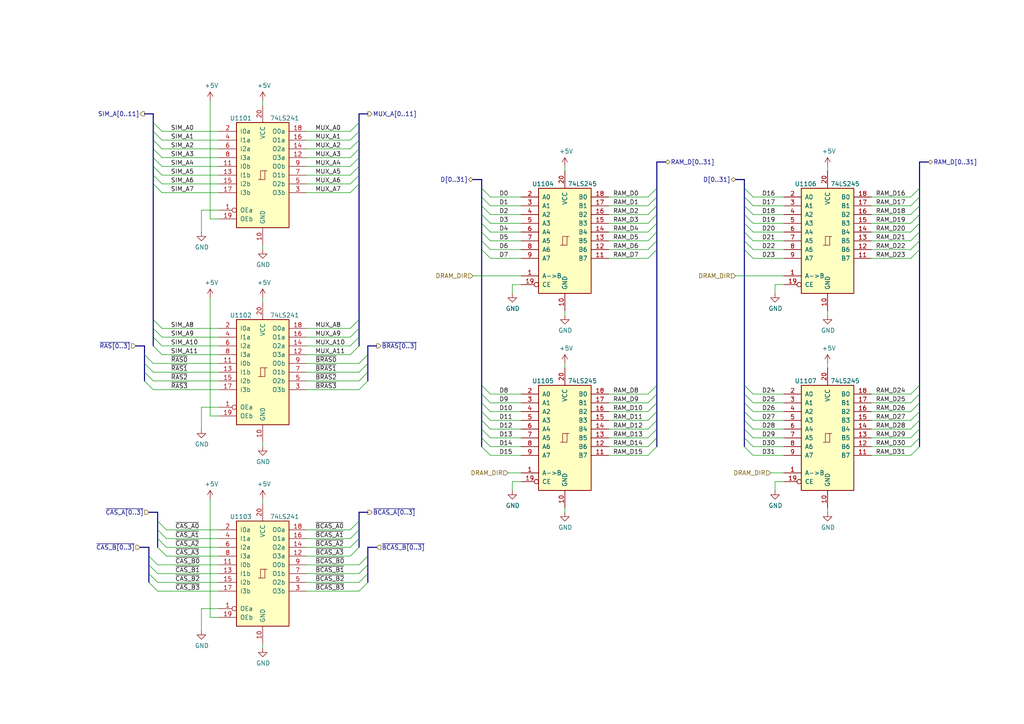
<source format=kicad_sch>
(kicad_sch (version 20211123) (generator eeschema)
  (paper "A4")
  (lib_symbols
    (symbol "74xx:74LS241" (pin_names (offset 1.016))
      (property "Reference" "U" (at -7.62 16.51 0))
      (property "Value" "74LS241" (at -7.62 -16.51 0))
      (symbol "74LS241_1_0"
        (polyline (pts (xy -0.635 -1.27) (xy -0.635 1.27) (xy 0.635 1.27)))
        (polyline (pts (xy -1.27 -1.27) (xy 0.635 -1.27) (xy 0.635 1.27) (xy 1.27 1.27)))
        (pin input inverted (at -12.7 -10.16 0) (length 5.08) (name "OEa") (number "1"))
        (pin power_in line (at 0 -20.32 90) (length 5.08) (name "GND") (number "10"))
        (pin input line (at -12.7 2.54 0) (length 5.08) (name "I0b") (number "11"))
        (pin tri_state line (at 12.7 5.08 180) (length 5.08) (name "O3a") (number "12"))
        (pin input line (at -12.7 0 0) (length 5.08) (name "I1b") (number "13"))
        (pin tri_state line (at 12.7 7.62 180) (length 5.08) (name "O2a") (number "14"))
        (pin input line (at -12.7 -2.54 0) (length 5.08) (name "I2b") (number "15"))
        (pin tri_state line (at 12.7 10.16 180) (length 5.08) (name "O1a") (number "16"))
        (pin input line (at -12.7 -5.08 0) (length 5.08) (name "I3b") (number "17"))
        (pin tri_state line (at 12.7 12.7 180) (length 5.08) (name "O0a") (number "18"))
        (pin input line (at -12.7 -12.7 0) (length 5.08) (name "OEb") (number "19"))
        (pin input line (at -12.7 12.7 0) (length 5.08) (name "I0a") (number "2"))
        (pin power_in line (at 0 20.32 270) (length 5.08) (name "VCC") (number "20"))
        (pin tri_state line (at 12.7 -5.08 180) (length 5.08) (name "O3b") (number "3"))
        (pin input line (at -12.7 10.16 0) (length 5.08) (name "I1a") (number "4"))
        (pin tri_state line (at 12.7 -2.54 180) (length 5.08) (name "O2b") (number "5"))
        (pin input line (at -12.7 7.62 0) (length 5.08) (name "I2a") (number "6"))
        (pin tri_state line (at 12.7 0 180) (length 5.08) (name "O1b") (number "7"))
        (pin input line (at -12.7 5.08 0) (length 5.08) (name "I3a") (number "8"))
        (pin tri_state line (at 12.7 2.54 180) (length 5.08) (name "O0b") (number "9"))
      )
      (symbol "74LS241_1_1"
        (rectangle (start -7.62 15.24) (end 7.62 -15.24) (stroke (width 0.254)) (fill (type background)))
      )
    )
    (symbol "74xx:74LS245" (pin_names (offset 1.016))
      (property "Reference" "U" (at -7.62 16.51 0))
      (property "Value" "74LS245" (at -7.62 -16.51 0))
      (symbol "74LS245_1_0"
        (polyline (pts (xy -0.635 -1.27) (xy -0.635 1.27) (xy 0.635 1.27)))
        (polyline (pts (xy -1.27 -1.27) (xy 0.635 -1.27) (xy 0.635 1.27) (xy 1.27 1.27)))
        (pin input line (at -12.7 -10.16 0) (length 5.08) (name "A->B") (number "1"))
        (pin power_in line (at 0 -20.32 90) (length 5.08) (name "GND") (number "10"))
        (pin tri_state line (at 12.7 -5.08 180) (length 5.08) (name "B7") (number "11"))
        (pin tri_state line (at 12.7 -2.54 180) (length 5.08) (name "B6") (number "12"))
        (pin tri_state line (at 12.7 0 180) (length 5.08) (name "B5") (number "13"))
        (pin tri_state line (at 12.7 2.54 180) (length 5.08) (name "B4") (number "14"))
        (pin tri_state line (at 12.7 5.08 180) (length 5.08) (name "B3") (number "15"))
        (pin tri_state line (at 12.7 7.62 180) (length 5.08) (name "B2") (number "16"))
        (pin tri_state line (at 12.7 10.16 180) (length 5.08) (name "B1") (number "17"))
        (pin tri_state line (at 12.7 12.7 180) (length 5.08) (name "B0") (number "18"))
        (pin input inverted (at -12.7 -12.7 0) (length 5.08) (name "CE") (number "19"))
        (pin tri_state line (at -12.7 12.7 0) (length 5.08) (name "A0") (number "2"))
        (pin power_in line (at 0 20.32 270) (length 5.08) (name "VCC") (number "20"))
        (pin tri_state line (at -12.7 10.16 0) (length 5.08) (name "A1") (number "3"))
        (pin tri_state line (at -12.7 7.62 0) (length 5.08) (name "A2") (number "4"))
        (pin tri_state line (at -12.7 5.08 0) (length 5.08) (name "A3") (number "5"))
        (pin tri_state line (at -12.7 2.54 0) (length 5.08) (name "A4") (number "6"))
        (pin tri_state line (at -12.7 0 0) (length 5.08) (name "A5") (number "7"))
        (pin tri_state line (at -12.7 -2.54 0) (length 5.08) (name "A6") (number "8"))
        (pin tri_state line (at -12.7 -5.08 0) (length 5.08) (name "A7") (number "9"))
      )
      (symbol "74LS245_1_1"
        (rectangle (start -7.62 15.24) (end 7.62 -15.24) (stroke (width 0.254)) (fill (type background)))
      )
    )
    (symbol "power:+5V" (power) (pin_names (offset 0))
      (property "Value" "+5V" (at 0 3.556 0))
      (symbol "+5V_0_1"
        (polyline (pts (xy -0.762 1.27) (xy 0 2.54)))
        (polyline (pts (xy 0 0) (xy 0 2.54)))
        (polyline (pts (xy 0 2.54) (xy 0.762 1.27)))
      )
      (symbol "+5V_1_1"
        (pin power_in line (at 0 0 90) (length 0) hide (name "+5V") (number "1"))
      )
    )
    (symbol "power:GND" (power) (pin_names (offset 0))
      (property "Value" "GND" (at 0 -3.81 0))
      (symbol "GND_0_1"
        (polyline (pts (xy 0 0) (xy 0 -1.27) (xy 1.27 -1.27) (xy 0 -2.54) (xy -1.27 -1.27) (xy 0 -1.27)))
      )
      (symbol "GND_1_1"
        (pin power_in line (at 0 0 270) (length 0) hide (name "GND") (number "1"))
      )
    )
  )
  (bus_entry (at 215.9 64.77) (size 2.54 2.54))
  (bus_entry (at 41.91 105.41) (size 2.54 2.54))
  (bus_entry (at 104.14 156.21) (size -2.54 2.54))
  (bus_entry (at 44.45 92.71) (size 2.54 2.54))
  (bus_entry (at 139.7 69.85) (size 2.54 2.54))
  (bus_entry (at 215.9 127) (size 2.54 2.54))
  (bus_entry (at 266.7 54.61) (size -2.54 2.54))
  (bus_entry (at 139.7 64.77) (size 2.54 2.54))
  (bus_entry (at 106.68 102.87) (size -2.54 2.54))
  (bus_entry (at 139.7 121.92) (size 2.54 2.54))
  (bus_entry (at 45.72 156.21) (size 2.54 2.54))
  (bus_entry (at 139.7 116.84) (size 2.54 2.54))
  (bus_entry (at 43.18 163.83) (size 2.54 2.54))
  (bus_entry (at 139.7 111.76) (size 2.54 2.54))
  (bus_entry (at 45.72 153.67) (size 2.54 2.54))
  (bus_entry (at 266.7 57.15) (size -2.54 2.54))
  (bus_entry (at 215.9 116.84) (size 2.54 2.54))
  (bus_entry (at 266.7 59.69) (size -2.54 2.54))
  (bus_entry (at 139.7 119.38) (size 2.54 2.54))
  (bus_entry (at 106.68 105.41) (size -2.54 2.54))
  (bus_entry (at 190.5 129.54) (size -2.54 2.54))
  (bus_entry (at 266.7 69.85) (size -2.54 2.54))
  (bus_entry (at 266.7 67.31) (size -2.54 2.54))
  (bus_entry (at 104.14 48.26) (size -2.54 2.54))
  (bus_entry (at 190.5 119.38) (size -2.54 2.54))
  (bus_entry (at 104.14 158.75) (size -2.54 2.54))
  (bus_entry (at 104.14 40.64) (size -2.54 2.54))
  (bus_entry (at 43.18 166.37) (size 2.54 2.54))
  (bus_entry (at 139.7 62.23) (size 2.54 2.54))
  (bus_entry (at 41.91 107.95) (size 2.54 2.54))
  (bus_entry (at 43.18 161.29) (size 2.54 2.54))
  (bus_entry (at 44.45 97.79) (size 2.54 2.54))
  (bus_entry (at 104.14 50.8) (size -2.54 2.54))
  (bus_entry (at 215.9 124.46) (size 2.54 2.54))
  (bus_entry (at 266.7 116.84) (size -2.54 2.54))
  (bus_entry (at 44.45 38.1) (size 2.54 2.54))
  (bus_entry (at 104.14 95.25) (size -2.54 2.54))
  (bus_entry (at 104.14 92.71) (size -2.54 2.54))
  (bus_entry (at 190.5 114.3) (size -2.54 2.54))
  (bus_entry (at 104.14 35.56) (size -2.54 2.54))
  (bus_entry (at 215.9 57.15) (size 2.54 2.54))
  (bus_entry (at 215.9 121.92) (size 2.54 2.54))
  (bus_entry (at 104.14 151.13) (size -2.54 2.54))
  (bus_entry (at 139.7 129.54) (size 2.54 2.54))
  (bus_entry (at 190.5 62.23) (size -2.54 2.54))
  (bus_entry (at 190.5 54.61) (size -2.54 2.54))
  (bus_entry (at 266.7 111.76) (size -2.54 2.54))
  (bus_entry (at 106.68 107.95) (size -2.54 2.54))
  (bus_entry (at 266.7 124.46) (size -2.54 2.54))
  (bus_entry (at 139.7 124.46) (size 2.54 2.54))
  (bus_entry (at 190.5 57.15) (size -2.54 2.54))
  (bus_entry (at 43.18 168.91) (size 2.54 2.54))
  (bus_entry (at 45.72 151.13) (size 2.54 2.54))
  (bus_entry (at 106.68 166.37) (size -2.54 2.54))
  (bus_entry (at 266.7 62.23) (size -2.54 2.54))
  (bus_entry (at 190.5 69.85) (size -2.54 2.54))
  (bus_entry (at 215.9 59.69) (size 2.54 2.54))
  (bus_entry (at 190.5 121.92) (size -2.54 2.54))
  (bus_entry (at 215.9 69.85) (size 2.54 2.54))
  (bus_entry (at 106.68 168.91) (size -2.54 2.54))
  (bus_entry (at 44.45 48.26) (size 2.54 2.54))
  (bus_entry (at 139.7 114.3) (size 2.54 2.54))
  (bus_entry (at 215.9 67.31) (size 2.54 2.54))
  (bus_entry (at 215.9 72.39) (size 2.54 2.54))
  (bus_entry (at 106.68 161.29) (size -2.54 2.54))
  (bus_entry (at 139.7 54.61) (size 2.54 2.54))
  (bus_entry (at 215.9 119.38) (size 2.54 2.54))
  (bus_entry (at 190.5 111.76) (size -2.54 2.54))
  (bus_entry (at 104.14 53.34) (size -2.54 2.54))
  (bus_entry (at 266.7 121.92) (size -2.54 2.54))
  (bus_entry (at 215.9 62.23) (size 2.54 2.54))
  (bus_entry (at 44.45 95.25) (size 2.54 2.54))
  (bus_entry (at 104.14 43.18) (size -2.54 2.54))
  (bus_entry (at 44.45 43.18) (size 2.54 2.54))
  (bus_entry (at 45.72 158.75) (size 2.54 2.54))
  (bus_entry (at 190.5 64.77) (size -2.54 2.54))
  (bus_entry (at 190.5 59.69) (size -2.54 2.54))
  (bus_entry (at 190.5 127) (size -2.54 2.54))
  (bus_entry (at 139.7 67.31) (size 2.54 2.54))
  (bus_entry (at 266.7 127) (size -2.54 2.54))
  (bus_entry (at 139.7 59.69) (size 2.54 2.54))
  (bus_entry (at 104.14 100.33) (size -2.54 2.54))
  (bus_entry (at 266.7 72.39) (size -2.54 2.54))
  (bus_entry (at 266.7 114.3) (size -2.54 2.54))
  (bus_entry (at 139.7 57.15) (size 2.54 2.54))
  (bus_entry (at 190.5 124.46) (size -2.54 2.54))
  (bus_entry (at 215.9 111.76) (size 2.54 2.54))
  (bus_entry (at 266.7 64.77) (size -2.54 2.54))
  (bus_entry (at 44.45 40.64) (size 2.54 2.54))
  (bus_entry (at 104.14 45.72) (size -2.54 2.54))
  (bus_entry (at 190.5 67.31) (size -2.54 2.54))
  (bus_entry (at 215.9 114.3) (size 2.54 2.54))
  (bus_entry (at 44.45 35.56) (size 2.54 2.54))
  (bus_entry (at 44.45 100.33) (size 2.54 2.54))
  (bus_entry (at 41.91 110.49) (size 2.54 2.54))
  (bus_entry (at 266.7 119.38) (size -2.54 2.54))
  (bus_entry (at 139.7 72.39) (size 2.54 2.54))
  (bus_entry (at 266.7 129.54) (size -2.54 2.54))
  (bus_entry (at 41.91 102.87) (size 2.54 2.54))
  (bus_entry (at 104.14 153.67) (size -2.54 2.54))
  (bus_entry (at 190.5 72.39) (size -2.54 2.54))
  (bus_entry (at 104.14 97.79) (size -2.54 2.54))
  (bus_entry (at 106.68 110.49) (size -2.54 2.54))
  (bus_entry (at 139.7 127) (size 2.54 2.54))
  (bus_entry (at 44.45 45.72) (size 2.54 2.54))
  (bus_entry (at 104.14 38.1) (size -2.54 2.54))
  (bus_entry (at 44.45 53.34) (size 2.54 2.54))
  (bus_entry (at 215.9 129.54) (size 2.54 2.54))
  (bus_entry (at 106.68 163.83) (size -2.54 2.54))
  (bus_entry (at 190.5 116.84) (size -2.54 2.54))
  (bus_entry (at 215.9 54.61) (size 2.54 2.54))
  (bus_entry (at 44.45 50.8) (size 2.54 2.54))
  (bus (pts (xy 104.14 43.18) (xy 104.14 45.72)))
  (wire (pts (xy 48.26 161.29) (xy 63.5 161.29)))
  (bus (pts (xy 45.72 156.21) (xy 45.72 158.75)))
  (wire (pts (xy 176.53 69.85) (xy 187.96 69.85)))
  (bus (pts (xy 139.7 64.77) (xy 139.7 67.31)))
  (wire (pts (xy 88.9 48.26) (xy 101.6 48.26)))
  (wire (pts (xy 60.96 86.36) (xy 60.96 120.65)))
  (bus (pts (xy 106.68 166.37) (xy 106.68 168.91)))
  (wire (pts (xy 88.9 110.49) (xy 104.14 110.49)))
  (bus (pts (xy 190.5 67.31) (xy 190.5 69.85)))
  (wire (pts (xy 176.53 59.69) (xy 187.96 59.69)))
  (wire (pts (xy 227.33 67.31) (xy 218.44 67.31)))
  (bus (pts (xy 215.9 111.76) (xy 215.9 114.3)))
  (bus (pts (xy 190.5 46.99) (xy 190.5 54.61)))
  (wire (pts (xy 88.9 45.72) (xy 101.6 45.72)))
  (bus (pts (xy 104.14 35.56) (xy 104.14 38.1)))
  (bus (pts (xy 215.9 64.77) (xy 215.9 67.31)))
  (wire (pts (xy 88.9 50.8) (xy 101.6 50.8)))
  (bus (pts (xy 106.68 100.33) (xy 109.22 100.33)))
  (wire (pts (xy 227.33 137.16) (xy 223.52 137.16)))
  (wire (pts (xy 252.73 121.92) (xy 264.16 121.92)))
  (wire (pts (xy 151.13 137.16) (xy 147.32 137.16)))
  (wire (pts (xy 187.96 114.3) (xy 176.53 114.3)))
  (bus (pts (xy 215.9 124.46) (xy 215.9 127)))
  (wire (pts (xy 151.13 129.54) (xy 142.24 129.54)))
  (bus (pts (xy 266.7 114.3) (xy 266.7 116.84)))
  (bus (pts (xy 139.7 114.3) (xy 139.7 116.84)))
  (wire (pts (xy 227.33 132.08) (xy 218.44 132.08)))
  (bus (pts (xy 45.72 153.67) (xy 45.72 156.21)))
  (bus (pts (xy 215.9 67.31) (xy 215.9 69.85)))
  (bus (pts (xy 43.18 161.29) (xy 43.18 163.83)))
  (bus (pts (xy 44.45 48.26) (xy 44.45 50.8)))
  (wire (pts (xy 252.73 69.85) (xy 264.16 69.85)))
  (wire (pts (xy 63.5 40.64) (xy 46.99 40.64)))
  (wire (pts (xy 45.72 171.45) (xy 63.5 171.45)))
  (wire (pts (xy 151.13 74.93) (xy 142.24 74.93)))
  (wire (pts (xy 163.83 147.32) (xy 163.83 148.59)))
  (wire (pts (xy 176.53 129.54) (xy 187.96 129.54)))
  (bus (pts (xy 104.14 92.71) (xy 104.14 95.25)))
  (bus (pts (xy 44.45 50.8) (xy 44.45 53.34)))
  (wire (pts (xy 88.9 161.29) (xy 101.6 161.29)))
  (wire (pts (xy 176.53 132.08) (xy 187.96 132.08)))
  (bus (pts (xy 104.14 148.59) (xy 104.14 151.13)))
  (wire (pts (xy 151.13 127) (xy 142.24 127)))
  (bus (pts (xy 106.68 105.41) (xy 106.68 107.95)))
  (wire (pts (xy 151.13 72.39) (xy 142.24 72.39)))
  (bus (pts (xy 266.7 46.99) (xy 269.24 46.99)))
  (wire (pts (xy 63.5 113.03) (xy 44.45 113.03)))
  (wire (pts (xy 63.5 176.53) (xy 58.42 176.53)))
  (bus (pts (xy 215.9 127) (xy 215.9 129.54)))
  (bus (pts (xy 104.14 151.13) (xy 104.14 153.67)))
  (wire (pts (xy 227.33 127) (xy 218.44 127)))
  (wire (pts (xy 60.96 144.78) (xy 60.96 179.07)))
  (wire (pts (xy 176.53 121.92) (xy 187.96 121.92)))
  (bus (pts (xy 215.9 114.3) (xy 215.9 116.84)))
  (wire (pts (xy 148.59 82.55) (xy 151.13 82.55)))
  (bus (pts (xy 215.9 121.92) (xy 215.9 124.46)))
  (bus (pts (xy 139.7 124.46) (xy 139.7 127)))
  (bus (pts (xy 43.18 163.83) (xy 43.18 166.37)))
  (wire (pts (xy 63.5 105.41) (xy 44.45 105.41)))
  (wire (pts (xy 45.72 166.37) (xy 63.5 166.37)))
  (wire (pts (xy 63.5 118.11) (xy 58.42 118.11)))
  (wire (pts (xy 88.9 95.25) (xy 101.6 95.25)))
  (wire (pts (xy 76.2 144.78) (xy 76.2 146.05)))
  (wire (pts (xy 252.73 132.08) (xy 264.16 132.08)))
  (bus (pts (xy 215.9 62.23) (xy 215.9 64.77)))
  (wire (pts (xy 88.9 163.83) (xy 104.14 163.83)))
  (wire (pts (xy 88.9 105.41) (xy 104.14 105.41)))
  (wire (pts (xy 163.83 90.17) (xy 163.83 91.44)))
  (wire (pts (xy 227.33 74.93) (xy 218.44 74.93)))
  (bus (pts (xy 44.45 45.72) (xy 44.45 48.26)))
  (wire (pts (xy 151.13 116.84) (xy 142.24 116.84)))
  (wire (pts (xy 227.33 129.54) (xy 218.44 129.54)))
  (wire (pts (xy 63.5 55.88) (xy 46.99 55.88)))
  (bus (pts (xy 266.7 46.99) (xy 266.7 54.61)))
  (wire (pts (xy 252.73 74.93) (xy 264.16 74.93)))
  (bus (pts (xy 215.9 59.69) (xy 215.9 62.23)))
  (bus (pts (xy 190.5 54.61) (xy 190.5 57.15)))
  (bus (pts (xy 41.91 100.33) (xy 41.91 102.87)))
  (bus (pts (xy 139.7 67.31) (xy 139.7 69.85)))
  (wire (pts (xy 76.2 86.36) (xy 76.2 87.63)))
  (bus (pts (xy 215.9 54.61) (xy 215.9 57.15)))
  (wire (pts (xy 45.72 168.91) (xy 63.5 168.91)))
  (wire (pts (xy 151.13 121.92) (xy 142.24 121.92)))
  (bus (pts (xy 266.7 72.39) (xy 266.7 111.76)))
  (bus (pts (xy 139.7 57.15) (xy 139.7 59.69)))
  (bus (pts (xy 44.45 53.34) (xy 44.45 92.71)))
  (wire (pts (xy 227.33 124.46) (xy 218.44 124.46)))
  (bus (pts (xy 104.14 95.25) (xy 104.14 97.79)))
  (wire (pts (xy 224.79 139.7) (xy 227.33 139.7)))
  (wire (pts (xy 88.9 107.95) (xy 104.14 107.95)))
  (bus (pts (xy 41.91 105.41) (xy 41.91 107.95)))
  (wire (pts (xy 252.73 59.69) (xy 264.16 59.69)))
  (bus (pts (xy 104.14 33.02) (xy 106.68 33.02)))
  (bus (pts (xy 106.68 100.33) (xy 106.68 102.87)))
  (wire (pts (xy 151.13 62.23) (xy 142.24 62.23)))
  (wire (pts (xy 227.33 69.85) (xy 218.44 69.85)))
  (wire (pts (xy 88.9 113.03) (xy 104.14 113.03)))
  (bus (pts (xy 43.18 158.75) (xy 40.64 158.75)))
  (bus (pts (xy 104.14 153.67) (xy 104.14 156.21)))
  (bus (pts (xy 215.9 119.38) (xy 215.9 121.92)))
  (wire (pts (xy 151.13 119.38) (xy 142.24 119.38)))
  (wire (pts (xy 88.9 97.79) (xy 101.6 97.79)))
  (bus (pts (xy 139.7 121.92) (xy 139.7 124.46)))
  (bus (pts (xy 104.14 156.21) (xy 104.14 158.75)))
  (wire (pts (xy 151.13 124.46) (xy 142.24 124.46)))
  (wire (pts (xy 63.5 120.65) (xy 60.96 120.65)))
  (wire (pts (xy 88.9 55.88) (xy 101.6 55.88)))
  (bus (pts (xy 190.5 119.38) (xy 190.5 121.92)))
  (bus (pts (xy 44.45 40.64) (xy 44.45 43.18)))
  (wire (pts (xy 45.72 163.83) (xy 63.5 163.83)))
  (wire (pts (xy 142.24 57.15) (xy 151.13 57.15)))
  (bus (pts (xy 190.5 114.3) (xy 190.5 116.84)))
  (wire (pts (xy 227.33 116.84) (xy 218.44 116.84)))
  (bus (pts (xy 104.14 38.1) (xy 104.14 40.64)))
  (wire (pts (xy 252.73 67.31) (xy 264.16 67.31)))
  (bus (pts (xy 139.7 59.69) (xy 139.7 62.23)))
  (wire (pts (xy 63.5 50.8) (xy 46.99 50.8)))
  (wire (pts (xy 252.73 119.38) (xy 264.16 119.38)))
  (wire (pts (xy 48.26 158.75) (xy 63.5 158.75)))
  (wire (pts (xy 76.2 29.21) (xy 76.2 30.48)))
  (wire (pts (xy 227.33 80.01) (xy 213.36 80.01)))
  (bus (pts (xy 104.14 33.02) (xy 104.14 35.56)))
  (bus (pts (xy 139.7 54.61) (xy 139.7 57.15)))
  (wire (pts (xy 76.2 186.69) (xy 76.2 187.96)))
  (bus (pts (xy 190.5 64.77) (xy 190.5 67.31)))
  (bus (pts (xy 139.7 52.07) (xy 137.16 52.07)))
  (wire (pts (xy 151.13 64.77) (xy 142.24 64.77)))
  (wire (pts (xy 76.2 71.12) (xy 76.2 72.39)))
  (bus (pts (xy 45.72 151.13) (xy 45.72 153.67)))
  (wire (pts (xy 176.53 119.38) (xy 187.96 119.38)))
  (wire (pts (xy 88.9 100.33) (xy 101.6 100.33)))
  (wire (pts (xy 151.13 69.85) (xy 142.24 69.85)))
  (bus (pts (xy 44.45 97.79) (xy 44.45 100.33)))
  (wire (pts (xy 252.73 124.46) (xy 264.16 124.46)))
  (bus (pts (xy 266.7 121.92) (xy 266.7 124.46)))
  (wire (pts (xy 63.5 53.34) (xy 46.99 53.34)))
  (wire (pts (xy 264.16 57.15) (xy 252.73 57.15)))
  (wire (pts (xy 224.79 82.55) (xy 227.33 82.55)))
  (bus (pts (xy 139.7 127) (xy 139.7 129.54)))
  (wire (pts (xy 227.33 64.77) (xy 218.44 64.77)))
  (bus (pts (xy 190.5 57.15) (xy 190.5 59.69)))
  (bus (pts (xy 190.5 46.99) (xy 193.04 46.99)))
  (wire (pts (xy 176.53 116.84) (xy 187.96 116.84)))
  (bus (pts (xy 190.5 72.39) (xy 190.5 111.76)))
  (wire (pts (xy 63.5 43.18) (xy 46.99 43.18)))
  (wire (pts (xy 142.24 114.3) (xy 151.13 114.3)))
  (bus (pts (xy 190.5 116.84) (xy 190.5 119.38)))
  (bus (pts (xy 44.45 38.1) (xy 44.45 40.64)))
  (bus (pts (xy 104.14 97.79) (xy 104.14 100.33)))
  (bus (pts (xy 104.14 48.26) (xy 104.14 50.8)))
  (bus (pts (xy 106.68 107.95) (xy 106.68 110.49)))
  (wire (pts (xy 88.9 43.18) (xy 101.6 43.18)))
  (bus (pts (xy 266.7 116.84) (xy 266.7 119.38)))
  (wire (pts (xy 227.33 72.39) (xy 218.44 72.39)))
  (wire (pts (xy 148.59 139.7) (xy 151.13 139.7)))
  (wire (pts (xy 227.33 59.69) (xy 218.44 59.69)))
  (bus (pts (xy 215.9 72.39) (xy 215.9 111.76)))
  (bus (pts (xy 43.18 166.37) (xy 43.18 168.91)))
  (bus (pts (xy 215.9 52.07) (xy 215.9 54.61)))
  (wire (pts (xy 240.03 147.32) (xy 240.03 148.59)))
  (bus (pts (xy 139.7 116.84) (xy 139.7 119.38)))
  (bus (pts (xy 41.91 100.33) (xy 39.37 100.33)))
  (bus (pts (xy 139.7 119.38) (xy 139.7 121.92)))
  (bus (pts (xy 190.5 121.92) (xy 190.5 124.46)))
  (wire (pts (xy 151.13 59.69) (xy 142.24 59.69)))
  (wire (pts (xy 227.33 121.92) (xy 218.44 121.92)))
  (bus (pts (xy 266.7 64.77) (xy 266.7 67.31)))
  (bus (pts (xy 190.5 69.85) (xy 190.5 72.39)))
  (wire (pts (xy 176.53 64.77) (xy 187.96 64.77)))
  (bus (pts (xy 41.91 107.95) (xy 41.91 110.49)))
  (bus (pts (xy 44.45 43.18) (xy 44.45 45.72)))
  (wire (pts (xy 63.5 107.95) (xy 44.45 107.95)))
  (wire (pts (xy 240.03 105.41) (xy 240.03 106.68)))
  (bus (pts (xy 266.7 54.61) (xy 266.7 57.15)))
  (wire (pts (xy 148.59 85.09) (xy 148.59 82.55)))
  (wire (pts (xy 151.13 80.01) (xy 137.16 80.01)))
  (wire (pts (xy 176.53 67.31) (xy 187.96 67.31)))
  (wire (pts (xy 88.9 158.75) (xy 101.6 158.75)))
  (wire (pts (xy 88.9 171.45) (xy 104.14 171.45)))
  (wire (pts (xy 176.53 74.93) (xy 187.96 74.93)))
  (wire (pts (xy 88.9 53.34) (xy 101.6 53.34)))
  (bus (pts (xy 104.14 40.64) (xy 104.14 43.18)))
  (bus (pts (xy 44.45 95.25) (xy 44.45 97.79)))
  (wire (pts (xy 63.5 60.96) (xy 58.42 60.96)))
  (wire (pts (xy 151.13 132.08) (xy 142.24 132.08)))
  (bus (pts (xy 190.5 62.23) (xy 190.5 64.77)))
  (bus (pts (xy 266.7 57.15) (xy 266.7 59.69)))
  (bus (pts (xy 45.72 148.59) (xy 43.18 148.59)))
  (wire (pts (xy 163.83 48.26) (xy 163.83 49.53)))
  (wire (pts (xy 227.33 119.38) (xy 218.44 119.38)))
  (wire (pts (xy 176.53 72.39) (xy 187.96 72.39)))
  (bus (pts (xy 266.7 69.85) (xy 266.7 72.39)))
  (bus (pts (xy 215.9 116.84) (xy 215.9 119.38)))
  (wire (pts (xy 58.42 176.53) (xy 58.42 182.88)))
  (wire (pts (xy 252.73 129.54) (xy 264.16 129.54)))
  (wire (pts (xy 63.5 38.1) (xy 46.99 38.1)))
  (bus (pts (xy 215.9 52.07) (xy 213.36 52.07)))
  (bus (pts (xy 44.45 33.02) (xy 41.91 33.02)))
  (wire (pts (xy 60.96 179.07) (xy 63.5 179.07)))
  (bus (pts (xy 266.7 119.38) (xy 266.7 121.92)))
  (bus (pts (xy 106.68 158.75) (xy 106.68 161.29)))
  (wire (pts (xy 58.42 60.96) (xy 58.42 67.31)))
  (bus (pts (xy 106.68 161.29) (xy 106.68 163.83)))
  (wire (pts (xy 224.79 142.24) (xy 224.79 139.7)))
  (wire (pts (xy 176.53 127) (xy 187.96 127)))
  (bus (pts (xy 43.18 158.75) (xy 43.18 161.29)))
  (wire (pts (xy 88.9 153.67) (xy 101.6 153.67)))
  (bus (pts (xy 104.14 148.59) (xy 106.68 148.59)))
  (bus (pts (xy 190.5 59.69) (xy 190.5 62.23)))
  (wire (pts (xy 63.5 48.26) (xy 46.99 48.26)))
  (wire (pts (xy 63.5 95.25) (xy 46.99 95.25)))
  (bus (pts (xy 266.7 127) (xy 266.7 129.54)))
  (wire (pts (xy 63.5 97.79) (xy 46.99 97.79)))
  (wire (pts (xy 88.9 168.91) (xy 104.14 168.91)))
  (bus (pts (xy 266.7 67.31) (xy 266.7 69.85)))
  (bus (pts (xy 139.7 111.76) (xy 139.7 114.3)))
  (wire (pts (xy 58.42 118.11) (xy 58.42 124.46)))
  (wire (pts (xy 218.44 114.3) (xy 227.33 114.3)))
  (wire (pts (xy 148.59 142.24) (xy 148.59 139.7)))
  (wire (pts (xy 163.83 105.41) (xy 163.83 106.68)))
  (bus (pts (xy 266.7 62.23) (xy 266.7 64.77)))
  (wire (pts (xy 48.26 153.67) (xy 63.5 153.67)))
  (wire (pts (xy 252.73 72.39) (xy 264.16 72.39)))
  (wire (pts (xy 88.9 40.64) (xy 101.6 40.64)))
  (wire (pts (xy 88.9 38.1) (xy 101.6 38.1)))
  (bus (pts (xy 104.14 53.34) (xy 104.14 92.71)))
  (wire (pts (xy 88.9 102.87) (xy 101.6 102.87)))
  (bus (pts (xy 44.45 35.56) (xy 44.45 38.1)))
  (bus (pts (xy 266.7 59.69) (xy 266.7 62.23)))
  (wire (pts (xy 63.5 110.49) (xy 44.45 110.49)))
  (wire (pts (xy 218.44 57.15) (xy 227.33 57.15)))
  (wire (pts (xy 187.96 57.15) (xy 176.53 57.15)))
  (bus (pts (xy 106.68 102.87) (xy 106.68 105.41)))
  (wire (pts (xy 264.16 114.3) (xy 252.73 114.3)))
  (wire (pts (xy 240.03 90.17) (xy 240.03 91.44)))
  (wire (pts (xy 252.73 127) (xy 264.16 127)))
  (bus (pts (xy 266.7 124.46) (xy 266.7 127)))
  (bus (pts (xy 139.7 69.85) (xy 139.7 72.39)))
  (wire (pts (xy 252.73 116.84) (xy 264.16 116.84)))
  (bus (pts (xy 139.7 52.07) (xy 139.7 54.61)))
  (bus (pts (xy 190.5 111.76) (xy 190.5 114.3)))
  (wire (pts (xy 63.5 63.5) (xy 60.96 63.5)))
  (wire (pts (xy 63.5 100.33) (xy 46.99 100.33)))
  (bus (pts (xy 106.68 158.75) (xy 109.22 158.75)))
  (bus (pts (xy 44.45 92.71) (xy 44.45 95.25)))
  (bus (pts (xy 45.72 148.59) (xy 45.72 151.13)))
  (bus (pts (xy 44.45 33.02) (xy 44.45 35.56)))
  (wire (pts (xy 88.9 156.21) (xy 101.6 156.21)))
  (wire (pts (xy 60.96 29.21) (xy 60.96 63.5)))
  (wire (pts (xy 76.2 128.27) (xy 76.2 129.54)))
  (bus (pts (xy 41.91 102.87) (xy 41.91 105.41)))
  (wire (pts (xy 227.33 62.23) (xy 218.44 62.23)))
  (wire (pts (xy 240.03 48.26) (xy 240.03 49.53)))
  (wire (pts (xy 151.13 67.31) (xy 142.24 67.31)))
  (bus (pts (xy 104.14 45.72) (xy 104.14 48.26)))
  (wire (pts (xy 48.26 156.21) (xy 63.5 156.21)))
  (wire (pts (xy 88.9 166.37) (xy 104.14 166.37)))
  (bus (pts (xy 266.7 111.76) (xy 266.7 114.3)))
  (wire (pts (xy 252.73 64.77) (xy 264.16 64.77)))
  (bus (pts (xy 104.14 50.8) (xy 104.14 53.34)))
  (bus (pts (xy 215.9 57.15) (xy 215.9 59.69)))
  (bus (pts (xy 215.9 69.85) (xy 215.9 72.39)))
  (wire (pts (xy 63.5 102.87) (xy 46.99 102.87)))
  (wire (pts (xy 176.53 62.23) (xy 187.96 62.23)))
  (bus (pts (xy 106.68 163.83) (xy 106.68 166.37)))
  (bus (pts (xy 190.5 127) (xy 190.5 129.54)))
  (wire (pts (xy 252.73 62.23) (xy 264.16 62.23)))
  (bus (pts (xy 139.7 62.23) (xy 139.7 64.77)))
  (bus (pts (xy 190.5 124.46) (xy 190.5 127)))
  (wire (pts (xy 224.79 85.09) (xy 224.79 82.55)))
  (bus (pts (xy 139.7 72.39) (xy 139.7 111.76)))
  (wire (pts (xy 63.5 45.72) (xy 46.99 45.72)))
  (wire (pts (xy 176.53 124.46) (xy 187.96 124.46)))
  (label "D18" (at 220.98 62.23 0))
  (label "RAM_D10" (at 177.8 119.38 0))
  (label "~{BCAS_A0}" (at 91.44 153.67 0))
  (label "D9" (at 144.78 116.84 0))
  (label "RAM_D23" (at 254 74.93 0))
  (label "~{CAS_B1}" (at 50.8 166.37 0))
  (label "D31" (at 220.98 132.08 0))
  (label "SIM_A5" (at 49.53 50.8 0))
  (label "~{BCAS_A2}" (at 91.44 158.75 0))
  (label "D27" (at 220.98 121.92 0))
  (label "~{CAS_A1}" (at 50.8 156.21 0))
  (label "~{RAS2}" (at 49.53 110.49 0))
  (label "RAM_D21" (at 254 69.85 0))
  (label "RAM_D25" (at 254 116.84 0))
  (label "RAM_D6" (at 177.8 72.39 0))
  (label "D12" (at 144.78 124.46 0))
  (label "RAM_D27" (at 254 121.92 0))
  (label "RAM_D1" (at 177.8 59.69 0))
  (label "D23" (at 220.98 74.93 0))
  (label "~{CAS_B3}" (at 50.8 171.45 0))
  (label "D30" (at 220.98 129.54 0))
  (label "~{BCAS_B0}" (at 91.44 163.83 0))
  (label "D7" (at 144.78 74.93 0))
  (label "MUX_A8" (at 91.44 95.25 0))
  (label "MUX_A5" (at 91.44 50.8 0))
  (label "SIM_A4" (at 49.53 48.26 0))
  (label "~{RAS3}" (at 49.53 113.03 0))
  (label "MUX_A0" (at 91.44 38.1 0))
  (label "RAM_D30" (at 254 129.54 0))
  (label "D10" (at 144.78 119.38 0))
  (label "RAM_D31" (at 254 132.08 0))
  (label "D16" (at 220.98 57.15 0))
  (label "~{BRAS1}" (at 91.44 107.95 0))
  (label "D17" (at 220.98 59.69 0))
  (label "~{RAS1}" (at 49.53 107.95 0))
  (label "SIM_A8" (at 49.53 95.25 0))
  (label "RAM_D12" (at 177.8 124.46 0))
  (label "RAM_D7" (at 177.8 74.93 0))
  (label "RAM_D28" (at 254 124.46 0))
  (label "~{CAS_A3}" (at 50.8 161.29 0))
  (label "RAM_D8" (at 177.8 114.3 0))
  (label "~{BCAS_A1}" (at 91.44 156.21 0))
  (label "D13" (at 144.78 127 0))
  (label "~{RAS0}" (at 49.53 105.41 0))
  (label "SIM_A0" (at 49.53 38.1 0))
  (label "RAM_D20" (at 254 67.31 0))
  (label "MUX_A4" (at 91.44 48.26 0))
  (label "~{BRAS0}" (at 91.44 105.41 0))
  (label "~{CAS_B0}" (at 50.8 163.83 0))
  (label "D1" (at 144.78 59.69 0))
  (label "RAM_D26" (at 254 119.38 0))
  (label "RAM_D15" (at 177.8 132.08 0))
  (label "RAM_D29" (at 254 127 0))
  (label "~{CAS_A0}" (at 50.8 153.67 0))
  (label "RAM_D19" (at 254 64.77 0))
  (label "D14" (at 144.78 129.54 0))
  (label "RAM_D4" (at 177.8 67.31 0))
  (label "MUX_A3" (at 91.44 45.72 0))
  (label "D19" (at 220.98 64.77 0))
  (label "MUX_A11" (at 91.44 102.87 0))
  (label "RAM_D18" (at 254 62.23 0))
  (label "~{CAS_A2}" (at 50.8 158.75 0))
  (label "~{BRAS2}" (at 91.44 110.49 0))
  (label "D2" (at 144.78 62.23 0))
  (label "~{BCAS_B3}" (at 91.44 171.45 0))
  (label "D28" (at 220.98 124.46 0))
  (label "RAM_D11" (at 177.8 121.92 0))
  (label "D20" (at 220.98 67.31 0))
  (label "RAM_D17" (at 254 59.69 0))
  (label "RAM_D13" (at 177.8 127 0))
  (label "~{CAS_B2}" (at 50.8 168.91 0))
  (label "SIM_A10" (at 49.53 100.33 0))
  (label "SIM_A7" (at 49.53 55.88 0))
  (label "D22" (at 220.98 72.39 0))
  (label "RAM_D16" (at 254 57.15 0))
  (label "D5" (at 144.78 69.85 0))
  (label "RAM_D9" (at 177.8 116.84 0))
  (label "MUX_A2" (at 91.44 43.18 0))
  (label "MUX_A10" (at 91.44 100.33 0))
  (label "D15" (at 144.78 132.08 0))
  (label "MUX_A9" (at 91.44 97.79 0))
  (label "SIM_A11" (at 49.53 102.87 0))
  (label "D3" (at 144.78 64.77 0))
  (label "~{BRAS3}" (at 91.44 113.03 0))
  (label "RAM_D22" (at 254 72.39 0))
  (label "RAM_D2" (at 177.8 62.23 0))
  (label "D11" (at 144.78 121.92 0))
  (label "D24" (at 220.98 114.3 0))
  (label "D6" (at 144.78 72.39 0))
  (label "D21" (at 220.98 69.85 0))
  (label "D8" (at 144.78 114.3 0))
  (label "SIM_A2" (at 49.53 43.18 0))
  (label "~{BCAS_B2}" (at 91.44 168.91 0))
  (label "MUX_A7" (at 91.44 55.88 0))
  (label "~{BCAS_B1}" (at 91.44 166.37 0))
  (label "SIM_A1" (at 49.53 40.64 0))
  (label "MUX_A6" (at 91.44 53.34 0))
  (label "SIM_A3" (at 49.53 45.72 0))
  (label "SIM_A9" (at 49.53 97.79 0))
  (label "~{BCAS_A3}" (at 91.44 161.29 0))
  (label "D29" (at 220.98 127 0))
  (label "MUX_A1" (at 91.44 40.64 0))
  (label "D0" (at 144.78 57.15 0))
  (label "RAM_D14" (at 177.8 129.54 0))
  (label "D26" (at 220.98 119.38 0))
  (label "RAM_D5" (at 177.8 69.85 0))
  (label "D4" (at 144.78 67.31 0))
  (label "D25" (at 220.98 116.84 0))
  (label "RAM_D3" (at 177.8 64.77 0))
  (label "RAM_D0" (at 177.8 57.15 0))
  (label "SIM_A6" (at 49.53 53.34 0))
  (label "RAM_D24" (at 254 114.3 0))
  (hierarchical_label "D[0..31]" (shape bidirectional) (at 213.36 52.07 180))
  (hierarchical_label "SIM_A[0..11]" (shape output) (at 41.91 33.02 180))
  (hierarchical_label "D[0..31]" (shape bidirectional) (at 137.16 52.07 180))
  (hierarchical_label "~{CAS_B[0..3]}" (shape input) (at 40.64 158.75 180))
  (hierarchical_label "DRAM_DIR" (shape input) (at 213.36 80.01 180))
  (hierarchical_label "DRAM_DIR" (shape input) (at 147.32 137.16 180))
  (hierarchical_label "DRAM_DIR" (shape input) (at 223.52 137.16 180))
  (hierarchical_label "~{RAS[0..3]}" (shape input) (at 39.37 100.33 180))
  (hierarchical_label "~{CAS_A[0..3]}" (shape input) (at 43.18 148.59 180))
  (hierarchical_label "RAM_D[0..31]" (shape bidirectional) (at 193.04 46.99 0))
  (hierarchical_label "~{BCAS_B[0..3]}" (shape input) (at 109.22 158.75 0))
  (hierarchical_label "RAM_D[0..31]" (shape bidirectional) (at 269.24 46.99 0))
  (hierarchical_label "~{BRAS[0..3]}" (shape output) (at 109.22 100.33 0))
  (hierarchical_label "~{BCAS_A[0..3]}" (shape output) (at 106.68 148.59 0))
  (hierarchical_label "MUX_A[0..11]" (shape output) (at 106.68 33.02 0))
  (hierarchical_label "DRAM_DIR" (shape input) (at 137.16 80.01 180))
  (symbol (lib_id "power:GND") (at 58.42 182.88 0) (unit 1)
    (property "Reference" "#PWR0101" (effects hide))
    (property "Value" "GND" (at 58.547 187.2742 0))
  )
  (symbol (lib_id "power:+5V") (at 60.96 144.78 0) (unit 1)
    (property "Reference" "#PWR0102" (effects hide))
    (property "Value" "+5V" (at 61.341 140.3858 0))
  )
  (symbol (lib_id "power:+5V") (at 60.96 86.36 0) (unit 1)
    (property "Reference" "#PWR0103" (effects hide))
    (property "Value" "+5V" (at 61.341 81.9658 0))
  )
  (symbol (lib_id "power:GND") (at 58.42 124.46 0) (unit 1)
    (property "Reference" "#PWR0104" (effects hide))
    (property "Value" "GND" (at 58.547 128.8542 0))
  )
  (symbol (lib_id "power:GND") (at 58.42 67.31 0) (unit 1)
    (property "Reference" "#PWR0105" (effects hide))
    (property "Value" "GND" (at 58.547 71.7042 0))
  )
  (symbol (lib_id "power:+5V") (at 60.96 29.21 0) (unit 1)
    (property "Reference" "#PWR0106" (effects hide))
    (property "Value" "+5V" (at 61.341 24.8158 0))
  )
  (symbol (lib_id "74xx:74LS241") (at 76.2 50.8 0) (unit 1)
    (property "Reference" "U1101" (at 69.85 34.29 0))
    (property "Value" "74LS241" (at 82.55 34.29 0))
    (property "Footprint" "Package_DIP:DIP-20_W7.62mm_Socket" (effects hide))
    (property "Datasheet" "http://www.ti.com/lit/ds/symlink/sn74ls241.pdf" (effects hide))
  )
  (symbol (lib_id "74xx:74LS241") (at 76.2 107.95 0) (unit 1)
    (property "Reference" "U1102" (at 69.85 91.44 0))
    (property "Value" "74LS241" (at 82.55 91.44 0))
    (property "Footprint" "Package_DIP:DIP-20_W7.62mm_Socket" (effects hide))
    (property "Datasheet" "http://www.ti.com/lit/ds/symlink/sn74ls241.pdf" (effects hide))
  )
  (symbol (lib_id "74xx:74LS241") (at 76.2 166.37 0) (unit 1)
    (property "Reference" "U1103" (at 69.85 149.86 0))
    (property "Value" "74LS241" (at 82.55 149.86 0))
    (property "Footprint" "Package_DIP:DIP-20_W7.62mm_Socket" (effects hide))
    (property "Datasheet" "http://www.ti.com/lit/ds/symlink/sn74ls241.pdf" (effects hide))
  )
  (symbol (lib_id "74xx:74LS245") (at 163.83 69.85 0) (unit 1)
    (property "Reference" "U1104" (at 157.48 53.34 0))
    (property "Value" "74LS245" (at 168.91 53.34 0))
    (property "Footprint" "Package_DIP:DIP-20_W7.62mm_Socket" (effects hide))
    (property "Datasheet" "http://www.ti.com/lit/gpn/sn74LS245" (effects hide))
  )
  (symbol (lib_id "power:GND") (at 163.83 91.44 0) (unit 1)
    (property "Reference" "#PWR01110" (effects hide))
    (property "Value" "GND" (at 163.957 95.8342 0))
  )
  (symbol (lib_id "power:+5V") (at 163.83 48.26 0) (unit 1)
    (property "Reference" "#PWR01109" (effects hide))
    (property "Value" "+5V" (at 164.211 43.8658 0))
  )
  (symbol (lib_id "power:GND") (at 148.59 85.09 0) (unit 1)
    (property "Reference" "#PWR01107" (effects hide))
    (property "Value" "GND" (at 148.717 89.4842 0))
  )
  (symbol (lib_id "74xx:74LS245") (at 240.03 69.85 0) (unit 1)
    (property "Reference" "U1106" (at 233.68 53.34 0))
    (property "Value" "74LS245" (at 245.11 53.34 0))
    (property "Footprint" "Package_DIP:DIP-20_W7.62mm_Socket" (effects hide))
    (property "Datasheet" "http://www.ti.com/lit/gpn/sn74LS245" (effects hide))
  )
  (symbol (lib_id "power:GND") (at 240.03 91.44 0) (unit 1)
    (property "Reference" "#PWR01116" (effects hide))
    (property "Value" "GND" (at 240.157 95.8342 0))
  )
  (symbol (lib_id "power:+5V") (at 240.03 48.26 0) (unit 1)
    (property "Reference" "#PWR01115" (effects hide))
    (property "Value" "+5V" (at 240.411 43.8658 0))
  )
  (symbol (lib_id "74xx:74LS245") (at 240.03 127 0) (unit 1)
    (property "Reference" "U1107" (at 233.68 110.49 0))
    (property "Value" "74LS245" (at 245.11 110.49 0))
    (property "Footprint" "Package_DIP:DIP-20_W7.62mm_Socket" (effects hide))
    (property "Datasheet" "http://www.ti.com/lit/gpn/sn74LS245" (effects hide))
  )
  (symbol (lib_id "power:GND") (at 240.03 148.59 0) (unit 1)
    (property "Reference" "#PWR01118" (effects hide))
    (property "Value" "GND" (at 240.157 152.9842 0))
  )
  (symbol (lib_id "power:+5V") (at 240.03 105.41 0) (unit 1)
    (property "Reference" "#PWR01117" (effects hide))
    (property "Value" "+5V" (at 240.411 101.0158 0))
  )
  (symbol (lib_id "74xx:74LS245") (at 163.83 127 0) (unit 1)
    (property "Reference" "U1105" (at 157.48 110.49 0))
    (property "Value" "74LS245" (at 168.91 110.49 0))
    (property "Footprint" "Package_DIP:DIP-20_W7.62mm_Socket" (effects hide))
    (property "Datasheet" "http://www.ti.com/lit/gpn/sn74LS245" (effects hide))
  )
  (symbol (lib_id "power:GND") (at 163.83 148.59 0) (unit 1)
    (property "Reference" "#PWR01112" (effects hide))
    (property "Value" "GND" (at 163.957 152.9842 0))
  )
  (symbol (lib_id "power:+5V") (at 163.83 105.41 0) (unit 1)
    (property "Reference" "#PWR01111" (effects hide))
    (property "Value" "+5V" (at 164.211 101.0158 0))
  )
  (symbol (lib_id "power:GND") (at 224.79 85.09 0) (unit 1)
    (property "Reference" "#PWR01113" (effects hide))
    (property "Value" "GND" (at 224.917 89.4842 0))
  )
  (symbol (lib_id "power:GND") (at 224.79 142.24 0) (unit 1)
    (property "Reference" "#PWR01114" (effects hide))
    (property "Value" "GND" (at 224.917 146.6342 0))
  )
  (symbol (lib_id "power:GND") (at 148.59 142.24 0) (unit 1)
    (property "Reference" "#PWR01108" (effects hide))
    (property "Value" "GND" (at 148.717 146.6342 0))
  )
  (symbol (lib_id "power:GND") (at 76.2 72.39 0) (unit 1)
    (property "Reference" "#PWR01102" (effects hide))
    (property "Value" "GND" (at 76.327 76.7842 0))
  )
  (symbol (lib_id "power:GND") (at 76.2 129.54 0) (unit 1)
    (property "Reference" "#PWR01104" (effects hide))
    (property "Value" "GND" (at 76.327 133.9342 0))
  )
  (symbol (lib_id "power:GND") (at 76.2 187.96 0) (unit 1)
    (property "Reference" "#PWR01106" (effects hide))
    (property "Value" "GND" (at 76.327 192.3542 0))
  )
  (symbol (lib_id "power:+5V") (at 76.2 144.78 0) (unit 1)
    (property "Reference" "#PWR01105" (effects hide))
    (property "Value" "+5V" (at 76.581 140.3858 0))
  )
  (symbol (lib_id "power:+5V") (at 76.2 29.21 0) (unit 1)
    (property "Reference" "#PWR01101" (effects hide))
    (property "Value" "+5V" (at 76.581 24.8158 0))
  )
  (symbol (lib_id "power:+5V") (at 76.2 86.36 0) (unit 1)
    (property "Reference" "#PWR01103" (effects hide))
    (property "Value" "+5V" (at 76.581 81.9658 0))
  )
)
</source>
